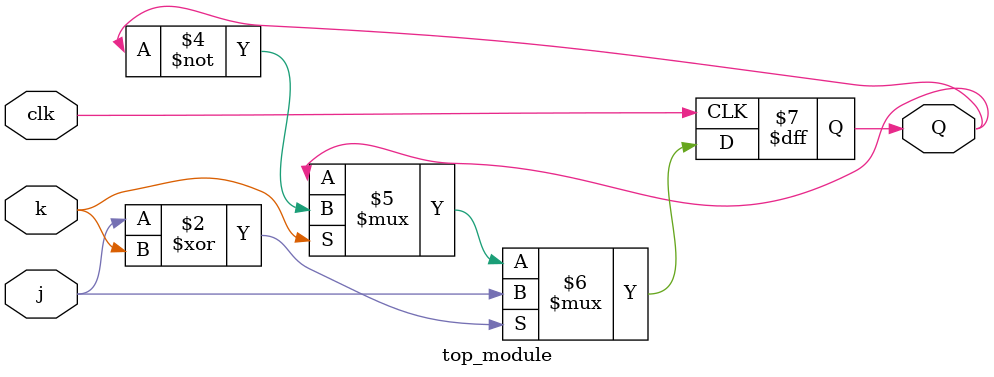
<source format=v>
module top_module (
    input clk,
    input j,
    input k,
    output Q); 

    always@(posedge clk)
        Q = (j^k)? j:(k == 1)? ~Q:Q;
        
endmodule

</source>
